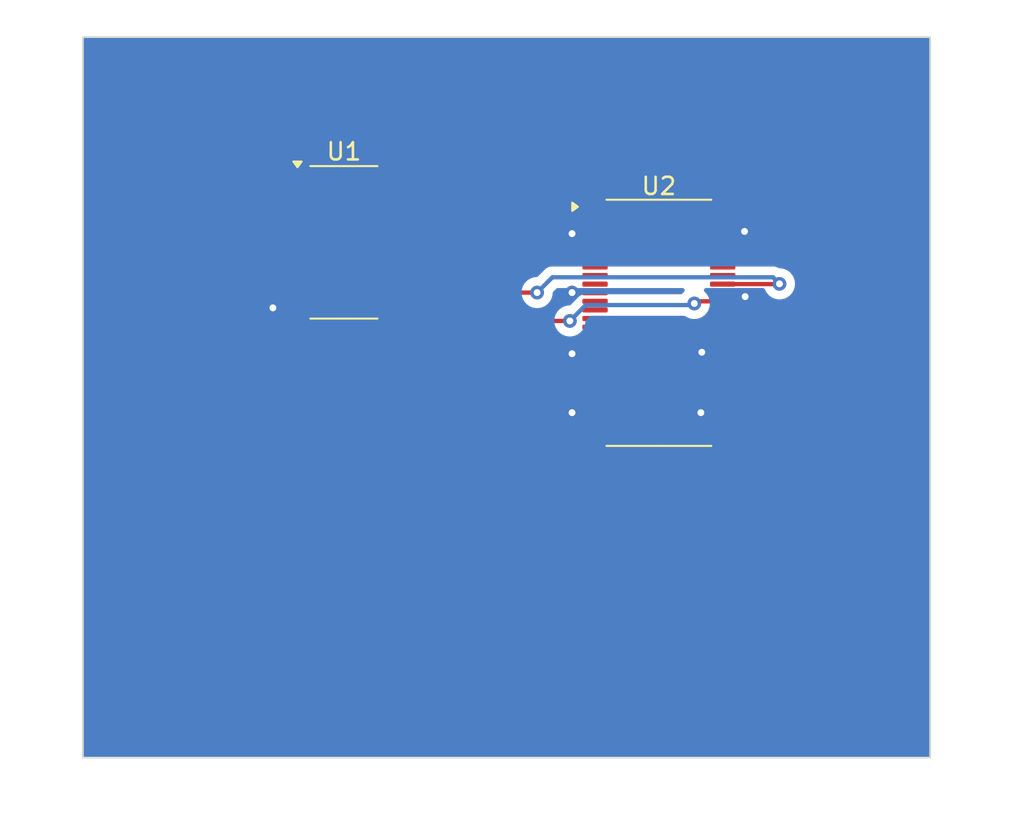
<source format=kicad_pcb>
(kicad_pcb (version 20221018) (generator pcbnew)
  (layers (0 "F.Cu" signal) (31 "B.Cu" signal) (34 "B.Paste" user) (35 "F.Paste" user) (36 "B.SilkS" user "B.Silkscreen") (37 "F.SilkS" user "F.Silkscreen") (38 "B.Mask" user) (39 "F.Mask" user) (44 "Edge.Cuts" user))
  (net 0 "")
  (net 4 "Net-(U1-Q4)")
  (net 6 "/GND")
  (net 10 "Net-(U1-Q1)")
  (net 11 "Net-(U1-Q0)")
  (net 13 "/VDC_3V3")
  (footprint "Package_SO:TSSOP-56_6.1x14mm_P0.5mm" (layer "F.Cu") (at 146.6555 88.627)
    (fp_text reference "U2" (at 0 -7.95) (layer "F.SilkS"))
    (fp_text value "SN74AVC16827DGGR")
    (fp_line (start 0 -7.16) (end -3.05 -7.16) (stroke (width 0.12)) (layer "F.SilkS"))
    (fp_line (start 0 -7.16) (end 3.05 -7.16) (stroke (width 0.12)) (layer "F.SilkS"))
    (fp_line (start 0 7.16) (end -3.05 7.16) (stroke (width 0.12)) (layer "F.SilkS"))
    (fp_line (start 0 7.16) (end 3.05 7.16) (stroke (width 0.12)) (layer "F.SilkS"))
    (fp_poly (pts (xy -4.71 -6.75) (xy -5.04 -6.99) (xy -5.04 -6.51) (xy -4.71 -6.75)) (stroke (width 0.12)) (fill solid) (layer "F.SilkS"))
    (pad "1" smd roundrect (at -3.7125 -6.75) (size 1.475 0.3) (layers "F.Cu" "F.Paste" "F.Mask"))
    (pad "2" smd roundrect (at -3.7125 -6.25) (size 1.475 0.3) (layers "F.Cu" "F.Paste" "F.Mask"))
    (pad "3" smd roundrect (at -3.7125 -5.75) (size 1.475 0.3) (layers "F.Cu" "F.Paste" "F.Mask"))
    (pad "4" smd roundrect (at -3.7125 -5.25) (size 1.475 0.3) (layers "F.Cu" "F.Paste" "F.Mask") (net 6 "/GND"))
    (pad "5" smd roundrect (at -3.7125 -4.75) (size 1.475 0.3) (layers "F.Cu" "F.Paste" "F.Mask"))
    (pad "6" smd roundrect (at -3.7125 -4.25) (size 1.475 0.3) (layers "F.Cu" "F.Paste" "F.Mask"))
    (pad "7" smd roundrect (at -3.7125 -3.75) (size 1.475 0.3) (layers "F.Cu" "F.Paste" "F.Mask") (net 13 "/VDC_3V3"))
    (pad "8" smd roundrect (at -3.7125 -3.25) (size 1.475 0.3) (layers "F.Cu" "F.Paste" "F.Mask"))
    (pad "9" smd roundrect (at -3.7125 -2.75) (size 1.475 0.3) (layers "F.Cu" "F.Paste" "F.Mask"))
    (pad "10" smd roundrect (at -3.7125 -2.25) (size 1.475 0.3) (layers "F.Cu" "F.Paste" "F.Mask"))
    (pad "11" smd roundrect (at -3.7125 -1.75) (size 1.475 0.3) (layers "F.Cu" "F.Paste" "F.Mask") (net 6 "/GND"))
    (pad "12" smd roundrect (at -3.7125 -1.25) (size 1.475 0.3) (layers "F.Cu" "F.Paste" "F.Mask"))
    (pad "13" smd roundrect (at -3.7125 -0.75) (size 1.475 0.3) (layers "F.Cu" "F.Paste" "F.Mask"))
    (pad "14" smd roundrect (at -3.7125 -0.25) (size 1.475 0.3) (layers "F.Cu" "F.Paste" "F.Mask"))
    (pad "15" smd roundrect (at -3.7125 0.25) (size 1.475 0.3) (layers "F.Cu" "F.Paste" "F.Mask"))
    (pad "16" smd roundrect (at -3.7125 0.75) (size 1.475 0.3) (layers "F.Cu" "F.Paste" "F.Mask"))
    (pad "17" smd roundrect (at -3.7125 1.25) (size 1.475 0.3) (layers "F.Cu" "F.Paste" "F.Mask"))
    (pad "18" smd roundrect (at -3.7125 1.75) (size 1.475 0.3) (layers "F.Cu" "F.Paste" "F.Mask") (net 6 "/GND"))
    (pad "19" smd roundrect (at -3.7125 2.25) (size 1.475 0.3) (layers "F.Cu" "F.Paste" "F.Mask"))
    (pad "20" smd roundrect (at -3.7125 2.75) (size 1.475 0.3) (layers "F.Cu" "F.Paste" "F.Mask"))
    (pad "21" smd roundrect (at -3.7125 3.25) (size 1.475 0.3) (layers "F.Cu" "F.Paste" "F.Mask"))
    (pad "22" smd roundrect (at -3.7125 3.75) (size 1.475 0.3) (layers "F.Cu" "F.Paste" "F.Mask") (net 13 "/VDC_3V3"))
    (pad "23" smd roundrect (at -3.7125 4.25) (size 1.475 0.3) (layers "F.Cu" "F.Paste" "F.Mask"))
    (pad "24" smd roundrect (at -3.7125 4.75) (size 1.475 0.3) (layers "F.Cu" "F.Paste" "F.Mask"))
    (pad "25" smd roundrect (at -3.7125 5.25) (size 1.475 0.3) (layers "F.Cu" "F.Paste" "F.Mask") (net 6 "/GND"))
    (pad "26" smd roundrect (at -3.7125 5.75) (size 1.475 0.3) (layers "F.Cu" "F.Paste" "F.Mask"))
    (pad "27" smd roundrect (at -3.7125 6.25) (size 1.475 0.3) (layers "F.Cu" "F.Paste" "F.Mask"))
    (pad "28" smd roundrect (at -3.7125 6.75) (size 1.475 0.3) (layers "F.Cu" "F.Paste" "F.Mask"))
    (pad "29" smd roundrect (at 3.7125 6.75) (size 1.475 0.3) (layers "F.Cu" "F.Paste" "F.Mask"))
    (pad "30" smd roundrect (at 3.7125 6.25) (size 1.475 0.3) (layers "F.Cu" "F.Paste" "F.Mask"))
    (pad "31" smd roundrect (at 3.7125 5.75) (size 1.475 0.3) (layers "F.Cu" "F.Paste" "F.Mask"))
    (pad "32" smd roundrect (at 3.7125 5.25) (size 1.475 0.3) (layers "F.Cu" "F.Paste" "F.Mask") (net 6 "/GND"))
    (pad "33" smd roundrect (at 3.7125 4.75) (size 1.475 0.3) (layers "F.Cu" "F.Paste" "F.Mask"))
    (pad "34" smd roundrect (at 3.7125 4.25) (size 1.475 0.3) (layers "F.Cu" "F.Paste" "F.Mask"))
    (pad "35" smd roundrect (at 3.7125 3.75) (size 1.475 0.3) (layers "F.Cu" "F.Paste" "F.Mask") (net 13 "/VDC_3V3"))
    (pad "36" smd roundrect (at 3.7125 3.25) (size 1.475 0.3) (layers "F.Cu" "F.Paste" "F.Mask"))
    (pad "37" smd roundrect (at 3.7125 2.75) (size 1.475 0.3) (layers "F.Cu" "F.Paste" "F.Mask"))
    (pad "38" smd roundrect (at 3.7125 2.25) (size 1.475 0.3) (layers "F.Cu" "F.Paste" "F.Mask"))
    (pad "39" smd roundrect (at 3.7125 1.75) (size 1.475 0.3) (layers "F.Cu" "F.Paste" "F.Mask") (net 6 "/GND"))
    (pad "40" smd roundrect (at 3.7125 1.25) (size 1.475 0.3) (layers "F.Cu" "F.Paste" "F.Mask"))
    (pad "41" smd roundrect (at 3.7125 0.75) (size 1.475 0.3) (layers "F.Cu" "F.Paste" "F.Mask"))
    (pad "42" smd roundrect (at 3.7125 0.25) (size 1.475 0.3) (layers "F.Cu" "F.Paste" "F.Mask"))
    (pad "43" smd roundrect (at 3.7125 -0.25) (size 1.475 0.3) (layers "F.Cu" "F.Paste" "F.Mask"))
    (pad "44" smd roundrect (at 3.7125 -0.75) (size 1.475 0.3) (layers "F.Cu" "F.Paste" "F.Mask"))
    (pad "45" smd roundrect (at 3.7125 -1.25) (size 1.475 0.3) (layers "F.Cu" "F.Paste" "F.Mask") (net 10 "Net-(U1-Q1)"))
    (pad "46" smd roundrect (at 3.7125 -1.75) (size 1.475 0.3) (layers "F.Cu" "F.Paste" "F.Mask") (net 6 "/GND"))
    (pad "47" smd roundrect (at 3.7125 -2.25) (size 1.475 0.3) (layers "F.Cu" "F.Paste" "F.Mask") (net 11 "Net-(U1-Q0)"))
    (pad "48" smd roundrect (at 3.7125 -2.75) (size 1.475 0.3) (layers "F.Cu" "F.Paste" "F.Mask"))
    (pad "49" smd roundrect (at 3.7125 -3.25) (size 1.475 0.3) (layers "F.Cu" "F.Paste" "F.Mask"))
    (pad "50" smd roundrect (at 3.7125 -3.75) (size 1.475 0.3) (layers "F.Cu" "F.Paste" "F.Mask") (net 13 "/VDC_3V3"))
    (pad "51" smd roundrect (at 3.7125 -4.25) (size 1.475 0.3) (layers "F.Cu" "F.Paste" "F.Mask"))
    (pad "52" smd roundrect (at 3.7125 -4.75) (size 1.475 0.3) (layers "F.Cu" "F.Paste" "F.Mask"))
    (pad "53" smd roundrect (at 3.7125 -5.25) (size 1.475 0.3) (layers "F.Cu" "F.Paste" "F.Mask") (net 6 "/GND"))
    (pad "54" smd roundrect (at 3.7125 -5.75) (size 1.475 0.3) (layers "F.Cu" "F.Paste" "F.Mask"))
    (pad "55" smd roundrect (at 3.7125 -6.25) (size 1.475 0.3) (layers "F.Cu" "F.Paste" "F.Mask"))
    (pad "56" smd roundrect (at 3.7125 -6.75) (size 1.475 0.3) (layers "F.Cu" "F.Paste" "F.Mask"))
  )
  (footprint "Package_SO:SOIC-14_3.9x8.7mm_P1.27mm" (layer "F.Cu") (at 128.335 83.947)
    (fp_text reference "U1" (at 0 -5.28) (layer "F.SilkS"))
    (fp_text value "74HC4024")
    (fp_line (start 0 -4.435) (end -1.95 -4.435) (stroke (width 0.12)) (layer "F.SilkS"))
    (fp_line (start 0 -4.435) (end 1.95 -4.435) (stroke (width 0.12)) (layer "F.SilkS"))
    (fp_line (start 0 4.435) (end -1.95 4.435) (stroke (width 0.12)) (layer "F.SilkS"))
    (fp_line (start 0 4.435) (end 1.95 4.435) (stroke (width 0.12)) (layer "F.SilkS"))
    (fp_poly (pts (xy -2.7 -4.37) (xy -2.94 -4.7) (xy -2.46 -4.7) (xy -2.7 -4.37)) (stroke (width 0.12)) (fill solid) (layer "F.SilkS"))
    (pad "1" smd roundrect (at -2.475 -3.81) (size 1.95 0.6) (layers "F.Cu" "F.Paste" "F.Mask"))
    (pad "2" smd roundrect (at -2.475 -2.54) (size 1.95 0.6) (layers "F.Cu" "F.Paste" "F.Mask"))
    (pad "3" smd roundrect (at -2.475 -1.27) (size 1.95 0.6) (layers "F.Cu" "F.Paste" "F.Mask"))
    (pad "4" smd roundrect (at -2.475 0) (size 1.95 0.6) (layers "F.Cu" "F.Paste" "F.Mask") (net 4 "Net-(U1-Q4)"))
    (pad "5" smd roundrect (at -2.475 1.27) (size 1.95 0.6) (layers "F.Cu" "F.Paste" "F.Mask") (net 4 "Net-(U1-Q4)"))
    (pad "6" smd roundrect (at -2.475 2.54) (size 1.95 0.6) (layers "F.Cu" "F.Paste" "F.Mask"))
    (pad "7" smd roundrect (at -2.475 3.81) (size 1.95 0.6) (layers "F.Cu" "F.Paste" "F.Mask") (net 6 "/GND"))
    (pad "8" smd roundrect (at 2.475 3.81) (size 1.95 0.6) (layers "F.Cu" "F.Paste" "F.Mask"))
    (pad "9" smd roundrect (at 2.475 2.54) (size 1.95 0.6) (layers "F.Cu" "F.Paste" "F.Mask"))
    (pad "10" smd roundrect (at 2.475 1.27) (size 1.95 0.6) (layers "F.Cu" "F.Paste" "F.Mask"))
    (pad "11" smd roundrect (at 2.475 0) (size 1.95 0.6) (layers "F.Cu" "F.Paste" "F.Mask") (net 10 "Net-(U1-Q1)"))
    (pad "12" smd roundrect (at 2.475 -1.27) (size 1.95 0.6) (layers "F.Cu" "F.Paste" "F.Mask") (net 11 "Net-(U1-Q0)"))
    (pad "13" smd roundrect (at 2.475 -2.54) (size 1.95 0.6) (layers "F.Cu" "F.Paste" "F.Mask"))
    (pad "14" smd roundrect (at 2.475 -3.81) (size 1.95 0.6) (layers "F.Cu" "F.Paste" "F.Mask") (net 13 "/VDC_3V3"))
  )
  (gr_rect (start 113.157 72.009) (end 162.433 113.919) (stroke (width 0.1)) (fill none) (layer "Edge.Cuts"))
  (segment (start 149.190035 90.377) (end 149.152738 90.339703) (width 0.25) (layer "F.Cu") (net 6))
  (segment (start 141.614 86.877) (end 141.605 86.868) (width 0.25) (layer "F.Cu") (net 6))
  (segment (start 151.450912 86.877) (end 151.675912 87.102) (width 0.25) (layer "F.Cu") (net 6))
  (segment (start 141.629 93.877) (end 141.605 93.853) (width 0.25) (layer "F.Cu") (net 6))
  (segment (start 151.573 83.377) (end 151.638 83.312) (width 0.25) (layer "F.Cu") (net 6))
  (segment (start 141.667 83.377) (end 141.605 83.439) (width 0.25) (layer "F.Cu") (net 6))
  (segment (start 142.943 93.877) (end 141.629 93.877) (width 0.25) (layer "F.Cu") (net 6))
  (segment (start 125.86 87.757) (end 124.206 87.757) (width 0.25) (layer "F.Cu") (net 6))
  (segment (start 150.368 83.377) (end 151.573 83.377) (width 0.25) (layer "F.Cu") (net 6))
  (segment (start 150.368 93.877) (end 149.122 93.877) (width 0.25) (layer "F.Cu") (net 6))
  (segment (start 141.652 90.377) (end 141.605 90.424) (width 0.25) (layer "F.Cu") (net 6))
  (segment (start 142.943 86.877) (end 141.614 86.877) (width 0.25) (layer "F.Cu") (net 6))
  (segment (start 142.943 83.377) (end 141.667 83.377) (width 0.25) (layer "F.Cu") (net 6))
  (segment (start 150.368 90.377) (end 149.190035 90.377) (width 0.25) (layer "F.Cu") (net 6))
  (segment (start 142.943 90.377) (end 141.652 90.377) (width 0.25) (layer "F.Cu") (net 6))
  (segment (start 150.368 86.877) (end 151.450912 86.877) (width 0.25) (layer "F.Cu") (net 6))
  (segment (start 149.122 93.877) (end 149.098 93.853) (width 0.25) (layer "F.Cu") (net 6))
  (via (at 141.605 90.424) (size 0.8) (drill 0.4) (layers "F.Cu" "B.Cu") (net 6))
  (via (at 151.675912 87.102) (size 0.8) (drill 0.4) (layers "F.Cu" "B.Cu") (net 6))
  (via (at 151.638 83.312) (size 0.8) (drill 0.4) (layers "F.Cu" "B.Cu") (net 6))
  (via (at 141.605 83.439) (size 0.8) (drill 0.4) (layers "F.Cu" "B.Cu") (net 6))
  (via (at 141.605 86.868) (size 0.8) (drill 0.4) (layers "F.Cu" "B.Cu") (net 6))
  (via (at 149.152738 90.339703) (size 0.8) (drill 0.4) (layers "F.Cu" "B.Cu") (net 6))
  (via (at 124.206 87.757) (size 0.8) (drill 0.4) (layers "F.Cu" "B.Cu") (net 6))
  (via (at 141.605 93.853) (size 0.8) (drill 0.4) (layers "F.Cu" "B.Cu") (net 6))
  (via (at 149.098 93.853) (size 0.8) (drill 0.4) (layers "F.Cu" "B.Cu") (net 6))
  (segment (start 141.478 88.519) (end 138.176 88.519) (width 0.25) (layer "F.Cu") (net 10))
  (segment (start 133.604 83.947) (end 130.81 83.947) (width 0.25) (layer "F.Cu") (net 10))
  (segment (start 148.843 87.377) (end 148.717 87.503) (width 0.25) (layer "F.Cu") (net 10))
  (segment (start 138.176 88.519) (end 133.604 83.947) (width 0.25) (layer "F.Cu") (net 10))
  (segment (start 150.368 87.377) (end 148.843 87.377) (width 0.25) (layer "F.Cu") (net 10))
  (via (at 148.717 87.503) (size 0.8) (drill 0.4) (layers "F.Cu" "B.Cu") (net 10))
  (via (at 141.478 88.519) (size 0.8) (drill 0.4) (layers "F.Cu" "B.Cu") (net 10))
  (segment (start 142.404 87.593) (end 141.478 88.519) (width 0.25) (layer "B.Cu") (net 10))
  (segment (start 148.627 87.593) (end 142.404 87.593) (width 0.25) (layer "B.Cu") (net 10))
  (segment (start 148.717 87.503) (end 148.627 87.593) (width 0.25) (layer "B.Cu") (net 10))
  (segment (start 153.67 86.36) (end 153.653 86.377) (width 0.25) (layer "F.Cu") (net 11))
  (segment (start 153.653 86.377) (end 150.368 86.377) (width 0.25) (layer "F.Cu") (net 11))
  (segment (start 138.557 86.868) (end 139.573 86.868) (width 0.25) (layer "F.Cu") (net 11))
  (segment (start 130.81 82.677) (end 134.366 82.677) (width 0.25) (layer "F.Cu") (net 11))
  (segment (start 137.795 86.106) (end 138.557 86.868) (width 0.25) (layer "F.Cu") (net 11))
  (segment (start 134.366 82.677) (end 137.795 86.106) (width 0.25) (layer "F.Cu") (net 11))
  (via (at 153.67 86.36) (size 0.8) (drill 0.4) (layers "F.Cu" "B.Cu") (net 11))
  (via (at 139.573 86.868) (size 0.8) (drill 0.4) (layers "F.Cu" "B.Cu") (net 11))
  (segment (start 140.462 85.979) (end 153.289 85.979) (width 0.25) (layer "B.Cu") (net 11))
  (segment (start 153.289 85.979) (end 153.67 86.36) (width 0.25) (layer "B.Cu") (net 11))
  (segment (start 139.573 86.868) (end 140.462 85.979) (width 0.25) (layer "B.Cu") (net 11))
  (segment (start 150.368 84.877) (end 154.6 84.877) (width 0.25) (layer "F.Cu") (net 13))
  (segment (start 155.321 85.598) (end 155.321 90.932) (width 0.25) (layer "F.Cu") (net 13))
  (segment (start 130.81 80.137) (end 135.509 80.137) (width 0.25) (layer "F.Cu") (net 13))
  (segment (start 154.6 84.877) (end 155.321 85.598) (width 0.25) (layer "F.Cu") (net 13))
  (segment (start 140.249 84.877) (end 142.943 84.877) (width 0.25) (layer "F.Cu") (net 13))
  (segment (start 142.646 84.877) (end 142.621 84.852) (width 0.25) (layer "F.Cu") (net 13))
  (segment (start 155.321 90.932) (end 153.876 92.377) (width 0.25) (layer "F.Cu") (net 13))
  (segment (start 153.876 92.377) (end 150.368 92.377) (width 0.25) (layer "F.Cu") (net 13))
  (segment (start 150.368 84.877) (end 142.646 84.877) (width 0.25) (layer "F.Cu") (net 13))
  (segment (start 135.509 80.137) (end 140.249 84.877) (width 0.25) (layer "F.Cu") (net 13))
  (segment (start 150.368 92.377) (end 142.943 92.377) (width 0.25) (layer "F.Cu") (net 13))
  (segment (start 142.646 84.877) (end 142.943 84.877) (width 0.25) (layer "F.Cu") (net 13))
  (zone (net 6) (net_name "/GND") (layer "B.Cu") (connect_pads (clearance 0.5)) (min_thickness 0.25) (fill yes (thermal_gap 0.5) (thermal_bridge_width 0.5))
    (polygon (pts (xy 111.379 69.85) (xy 167.894 70.104) (xy 166.624 117.475) (xy 108.331 116.459)))
  )
)
</source>
